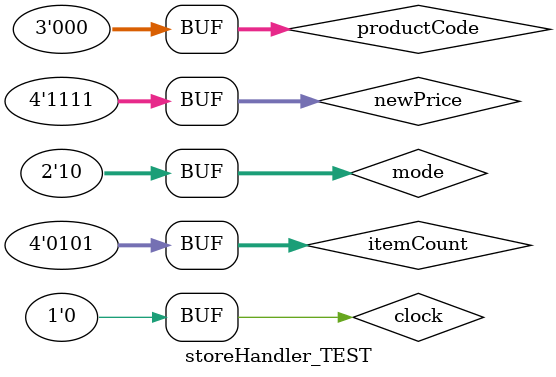
<source format=v>
`timescale 1ns / 1ps


module storeHandler_TEST;

	// Inputs
	reg clock;
	reg [1:0] mode;
	reg [2:0] productCode;
	reg [3:0] itemCount;
	reg [3:0] newPrice;

	// Instantiate the Unit Under Test (UUT)
	storeHandler uut (
		.clock(clock), 
		.mode(mode), 
		.productCode(productCode), 
		.itemCount(itemCount), 
		.newPrice(newPrice)
	);

	initial begin
		// Initialize Inputs
		clock = 0;
		mode = 0;
		productCode = 0;
		itemCount = 0;
		newPrice = 0;

		// Wait 100 ns for global reset to finish
		#100;
		//charge by the owner 
		clock = 1;
		mode = 0 ;
		productCode = 0 ;
		itemCount = 10;
		#100 ;
		clock = 0 ;
		#400 ;
		// buy product one
		clock =1 ;
		mode =1;
		itemCount = 5 ;
		productCode = 0 ;
		#100;
		clock = 0 ;
		#100;
		// change price
		mode =2'b10;
		productCode = 0 ;
		newPrice = 15;
		#100;
		clock = 1 ;
		#100 ;
		clock = 0 ;


		$display("hi every one");
		
		
        
		// Add stimulus here

	end
      
endmodule


</source>
